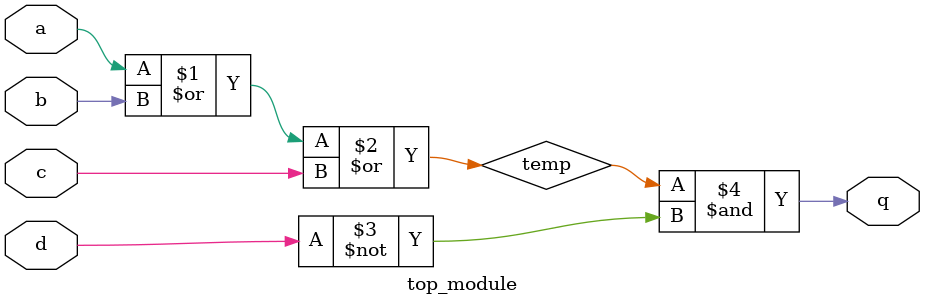
<source format=sv>
module top_module (
	input a, 
	input b, 
	input c, 
	input d,
	output q
);

// The given waveform suggests that the output q is 1 only when the input d is 0 and at least one of the inputs a, b, and c is 0.
// We can implement this using an OR gate and an AND gate.

// Define intermediate wire signals
wire temp;

// Implement the OR gate for inputs a, b, and c
assign temp = a | b | c;

// Implement the AND gate for inputs temp and d
assign q = temp & ~d;

endmodule

</source>
